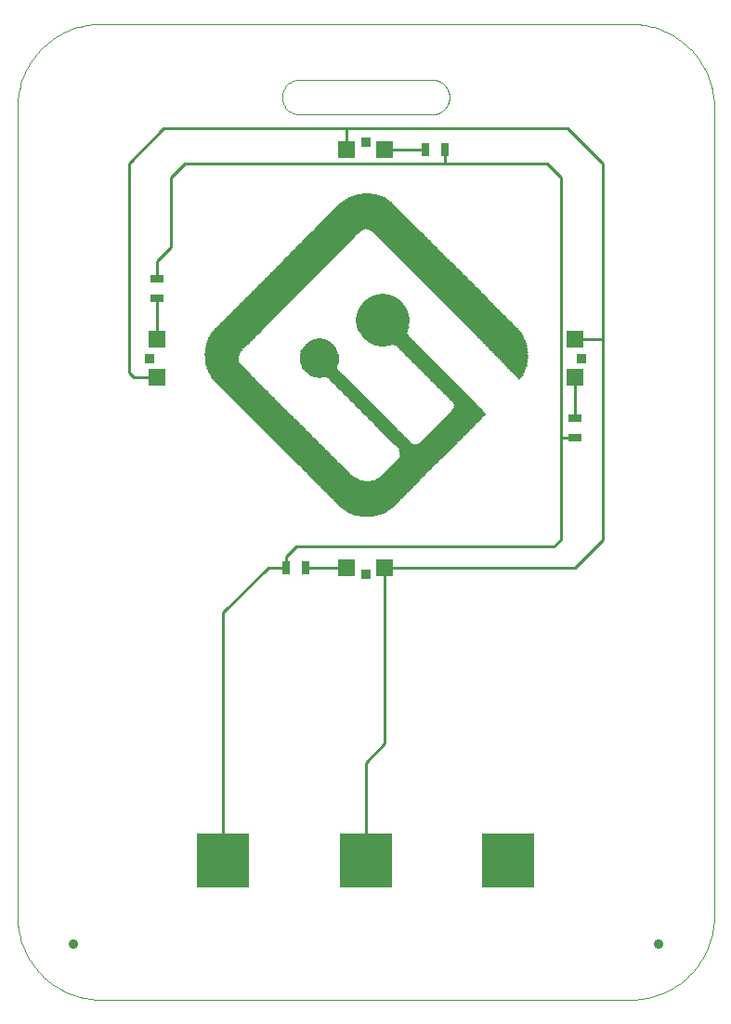
<source format=gbl>
G75*
%MOIN*%
%OFA0B0*%
%FSLAX24Y24*%
%IPPOS*%
%LPD*%
%AMOC8*
5,1,8,0,0,1.08239X$1,22.5*
%
%ADD10C,0.0000*%
%ADD11R,0.0324X0.0018*%
%ADD12R,0.0558X0.0018*%
%ADD13R,0.0738X0.0018*%
%ADD14R,0.0864X0.0018*%
%ADD15R,0.0990X0.0018*%
%ADD16R,0.1062X0.0018*%
%ADD17R,0.1170X0.0018*%
%ADD18R,0.1242X0.0018*%
%ADD19R,0.1314X0.0018*%
%ADD20R,0.1386X0.0018*%
%ADD21R,0.1458X0.0018*%
%ADD22R,0.1512X0.0018*%
%ADD23R,0.1566X0.0018*%
%ADD24R,0.1638X0.0018*%
%ADD25R,0.1674X0.0018*%
%ADD26R,0.1728X0.0018*%
%ADD27R,0.1764X0.0018*%
%ADD28R,0.1818X0.0018*%
%ADD29R,0.1854X0.0018*%
%ADD30R,0.1890X0.0018*%
%ADD31R,0.1926X0.0018*%
%ADD32R,0.1962X0.0018*%
%ADD33R,0.1998X0.0018*%
%ADD34R,0.2034X0.0018*%
%ADD35R,0.2070X0.0018*%
%ADD36R,0.2106X0.0018*%
%ADD37R,0.2142X0.0018*%
%ADD38R,0.2178X0.0018*%
%ADD39R,0.2214X0.0018*%
%ADD40R,0.2250X0.0018*%
%ADD41R,0.2286X0.0018*%
%ADD42R,0.2322X0.0018*%
%ADD43R,0.2358X0.0018*%
%ADD44R,0.2394X0.0018*%
%ADD45R,0.2430X0.0018*%
%ADD46R,0.2466X0.0018*%
%ADD47R,0.2502X0.0018*%
%ADD48R,0.2538X0.0018*%
%ADD49R,0.2574X0.0018*%
%ADD50R,0.2610X0.0018*%
%ADD51R,0.2646X0.0018*%
%ADD52R,0.2682X0.0018*%
%ADD53R,0.2718X0.0018*%
%ADD54R,0.2754X0.0018*%
%ADD55R,0.2790X0.0018*%
%ADD56R,0.2826X0.0018*%
%ADD57R,0.2862X0.0018*%
%ADD58R,0.2898X0.0018*%
%ADD59R,0.2934X0.0018*%
%ADD60R,0.2970X0.0018*%
%ADD61R,0.3006X0.0018*%
%ADD62R,0.3042X0.0018*%
%ADD63R,0.3078X0.0018*%
%ADD64R,0.3114X0.0018*%
%ADD65R,0.3150X0.0018*%
%ADD66R,0.3186X0.0018*%
%ADD67R,0.3222X0.0018*%
%ADD68R,0.3258X0.0018*%
%ADD69R,0.3294X0.0018*%
%ADD70R,0.3330X0.0018*%
%ADD71R,0.3366X0.0018*%
%ADD72R,0.3402X0.0018*%
%ADD73R,0.3438X0.0018*%
%ADD74R,0.3474X0.0018*%
%ADD75R,0.3510X0.0018*%
%ADD76R,0.3546X0.0018*%
%ADD77R,0.3582X0.0018*%
%ADD78R,0.3618X0.0018*%
%ADD79R,0.3654X0.0018*%
%ADD80R,0.3690X0.0018*%
%ADD81R,0.3726X0.0018*%
%ADD82R,0.1800X0.0018*%
%ADD83R,0.1746X0.0018*%
%ADD84R,0.1656X0.0018*%
%ADD85R,0.1602X0.0018*%
%ADD86R,0.1584X0.0018*%
%ADD87R,0.1620X0.0018*%
%ADD88R,0.1602X0.0018*%
%ADD89R,0.1548X0.0018*%
%ADD90R,0.1530X0.0018*%
%ADD91R,0.1584X0.0018*%
%ADD92R,0.1674X0.0018*%
%ADD93R,0.1692X0.0018*%
%ADD94R,0.1710X0.0018*%
%ADD95R,0.1872X0.0018*%
%ADD96R,0.1908X0.0018*%
%ADD97R,0.1944X0.0018*%
%ADD98R,0.1980X0.0018*%
%ADD99R,0.2016X0.0018*%
%ADD100R,0.2052X0.0018*%
%ADD101R,0.2088X0.0018*%
%ADD102R,0.2124X0.0018*%
%ADD103R,0.2160X0.0018*%
%ADD104R,0.1440X0.0018*%
%ADD105R,0.0684X0.0018*%
%ADD106R,0.0666X0.0018*%
%ADD107R,0.1368X0.0018*%
%ADD108R,0.1350X0.0018*%
%ADD109R,0.0648X0.0018*%
%ADD110R,0.1332X0.0018*%
%ADD111R,0.1296X0.0018*%
%ADD112R,0.1260X0.0018*%
%ADD113R,0.1224X0.0018*%
%ADD114R,0.1188X0.0018*%
%ADD115R,0.1152X0.0018*%
%ADD116R,0.1116X0.0018*%
%ADD117R,0.1080X0.0018*%
%ADD118R,0.1026X0.0018*%
%ADD119R,0.0972X0.0018*%
%ADD120R,0.0936X0.0018*%
%ADD121R,0.0918X0.0018*%
%ADD122R,0.0900X0.0018*%
%ADD123R,0.0882X0.0018*%
%ADD124R,0.0846X0.0018*%
%ADD125R,0.0828X0.0018*%
%ADD126R,0.0810X0.0018*%
%ADD127R,0.0792X0.0018*%
%ADD128R,0.0792X0.0018*%
%ADD129R,0.0018X0.0018*%
%ADD130R,0.0054X0.0018*%
%ADD131R,0.1512X0.0018*%
%ADD132R,0.0090X0.0018*%
%ADD133R,0.0108X0.0018*%
%ADD134R,0.0126X0.0018*%
%ADD135R,0.0144X0.0018*%
%ADD136R,0.1494X0.0018*%
%ADD137R,0.0342X0.0018*%
%ADD138R,0.0720X0.0018*%
%ADD139R,0.0180X0.0018*%
%ADD140R,0.1134X0.0018*%
%ADD141R,0.0198X0.0018*%
%ADD142R,0.0234X0.0018*%
%ADD143R,0.1476X0.0018*%
%ADD144R,0.0270X0.0018*%
%ADD145R,0.0288X0.0018*%
%ADD146R,0.1206X0.0018*%
%ADD147R,0.0378X0.0018*%
%ADD148R,0.1224X0.0018*%
%ADD149R,0.0396X0.0018*%
%ADD150R,0.0432X0.0018*%
%ADD151R,0.0450X0.0018*%
%ADD152R,0.1422X0.0018*%
%ADD153R,0.1242X0.0018*%
%ADD154R,0.0486X0.0018*%
%ADD155R,0.1422X0.0018*%
%ADD156R,0.0504X0.0018*%
%ADD157R,0.1404X0.0018*%
%ADD158R,0.0522X0.0018*%
%ADD159R,0.0576X0.0018*%
%ADD160R,0.0594X0.0018*%
%ADD161R,0.0630X0.0018*%
%ADD162R,0.1332X0.0018*%
%ADD163R,0.0702X0.0018*%
%ADD164R,0.1278X0.0018*%
%ADD165R,0.0774X0.0018*%
%ADD166R,0.0882X0.0018*%
%ADD167R,0.0954X0.0018*%
%ADD168R,0.1404X0.0018*%
%ADD169R,0.1008X0.0018*%
%ADD170R,0.1044X0.0018*%
%ADD171R,0.1062X0.0018*%
%ADD172R,0.1098X0.0018*%
%ADD173R,0.1152X0.0018*%
%ADD174R,0.0774X0.0018*%
%ADD175R,0.1044X0.0018*%
%ADD176R,0.0432X0.0018*%
%ADD177R,0.0702X0.0018*%
%ADD178R,0.0216X0.0018*%
%ADD179R,0.1692X0.0018*%
%ADD180R,0.1764X0.0018*%
%ADD181R,0.1782X0.0018*%
%ADD182R,0.1836X0.0018*%
%ADD183R,0.1854X0.0018*%
%ADD184R,0.1872X0.0018*%
%ADD185R,0.1782X0.0018*%
%ADD186R,0.0954X0.0018*%
%ADD187R,0.3672X0.0018*%
%ADD188R,0.3636X0.0018*%
%ADD189R,0.3600X0.0018*%
%ADD190R,0.3564X0.0018*%
%ADD191R,0.3528X0.0018*%
%ADD192R,0.3492X0.0018*%
%ADD193R,0.3456X0.0018*%
%ADD194R,0.3420X0.0018*%
%ADD195R,0.3384X0.0018*%
%ADD196R,0.3348X0.0018*%
%ADD197R,0.3312X0.0018*%
%ADD198R,0.3276X0.0018*%
%ADD199R,0.3240X0.0018*%
%ADD200R,0.3204X0.0018*%
%ADD201R,0.3168X0.0018*%
%ADD202R,0.3132X0.0018*%
%ADD203R,0.3096X0.0018*%
%ADD204R,0.3060X0.0018*%
%ADD205R,0.3024X0.0018*%
%ADD206R,0.2988X0.0018*%
%ADD207R,0.2952X0.0018*%
%ADD208R,0.2916X0.0018*%
%ADD209R,0.2880X0.0018*%
%ADD210R,0.2844X0.0018*%
%ADD211R,0.2808X0.0018*%
%ADD212R,0.2772X0.0018*%
%ADD213R,0.2736X0.0018*%
%ADD214R,0.2700X0.0018*%
%ADD215R,0.2664X0.0018*%
%ADD216R,0.2628X0.0018*%
%ADD217R,0.2592X0.0018*%
%ADD218R,0.2556X0.0018*%
%ADD219R,0.2520X0.0018*%
%ADD220R,0.2484X0.0018*%
%ADD221R,0.2448X0.0018*%
%ADD222R,0.2412X0.0018*%
%ADD223R,0.2376X0.0018*%
%ADD224R,0.2340X0.0018*%
%ADD225R,0.2304X0.0018*%
%ADD226R,0.2268X0.0018*%
%ADD227R,0.2232X0.0018*%
%ADD228R,0.2196X0.0018*%
%ADD229R,0.0306X0.0018*%
%ADD230R,0.0591X0.0591*%
%ADD231R,0.0354X0.0354*%
%ADD232R,0.1850X0.1969*%
%ADD233R,0.0315X0.0472*%
%ADD234R,0.0472X0.0315*%
%ADD235C,0.0100*%
%ADD236C,0.0357*%
D10*
X000100Y003100D02*
X000100Y032100D01*
X000102Y032207D01*
X000108Y032314D01*
X000117Y032421D01*
X000131Y032527D01*
X000148Y032633D01*
X000169Y032738D01*
X000193Y032842D01*
X000222Y032945D01*
X000254Y033047D01*
X000289Y033148D01*
X000328Y033248D01*
X000371Y033346D01*
X000417Y033443D01*
X000467Y033538D01*
X000520Y033631D01*
X000576Y033722D01*
X000636Y033811D01*
X000698Y033898D01*
X000764Y033982D01*
X000833Y034065D01*
X000904Y034144D01*
X000979Y034221D01*
X001056Y034296D01*
X001135Y034367D01*
X001218Y034436D01*
X001302Y034502D01*
X001389Y034564D01*
X001478Y034624D01*
X001569Y034680D01*
X001662Y034733D01*
X001757Y034783D01*
X001854Y034829D01*
X001952Y034872D01*
X002052Y034911D01*
X002153Y034946D01*
X002255Y034978D01*
X002358Y035007D01*
X002462Y035031D01*
X002567Y035052D01*
X002673Y035069D01*
X002779Y035083D01*
X002886Y035092D01*
X002993Y035098D01*
X003100Y035100D01*
X022100Y035100D01*
X022207Y035098D01*
X022314Y035092D01*
X022421Y035083D01*
X022527Y035069D01*
X022633Y035052D01*
X022738Y035031D01*
X022842Y035007D01*
X022945Y034978D01*
X023047Y034946D01*
X023148Y034911D01*
X023248Y034872D01*
X023346Y034829D01*
X023443Y034783D01*
X023538Y034733D01*
X023631Y034680D01*
X023722Y034624D01*
X023811Y034564D01*
X023898Y034502D01*
X023982Y034436D01*
X024065Y034367D01*
X024144Y034296D01*
X024221Y034221D01*
X024296Y034144D01*
X024367Y034065D01*
X024436Y033982D01*
X024502Y033898D01*
X024564Y033811D01*
X024624Y033722D01*
X024680Y033631D01*
X024733Y033538D01*
X024783Y033443D01*
X024829Y033346D01*
X024872Y033248D01*
X024911Y033148D01*
X024946Y033047D01*
X024978Y032945D01*
X025007Y032842D01*
X025031Y032738D01*
X025052Y032633D01*
X025069Y032527D01*
X025083Y032421D01*
X025092Y032314D01*
X025098Y032207D01*
X025100Y032100D01*
X025100Y003100D01*
X025098Y002993D01*
X025092Y002886D01*
X025083Y002779D01*
X025069Y002673D01*
X025052Y002567D01*
X025031Y002462D01*
X025007Y002358D01*
X024978Y002255D01*
X024946Y002153D01*
X024911Y002052D01*
X024872Y001952D01*
X024829Y001854D01*
X024783Y001757D01*
X024733Y001662D01*
X024680Y001569D01*
X024624Y001478D01*
X024564Y001389D01*
X024502Y001302D01*
X024436Y001218D01*
X024367Y001135D01*
X024296Y001056D01*
X024221Y000979D01*
X024144Y000904D01*
X024065Y000833D01*
X023982Y000764D01*
X023898Y000698D01*
X023811Y000636D01*
X023722Y000576D01*
X023631Y000520D01*
X023538Y000467D01*
X023443Y000417D01*
X023346Y000371D01*
X023248Y000328D01*
X023148Y000289D01*
X023047Y000254D01*
X022945Y000222D01*
X022842Y000193D01*
X022738Y000169D01*
X022633Y000148D01*
X022527Y000131D01*
X022421Y000117D01*
X022314Y000108D01*
X022207Y000102D01*
X022100Y000100D01*
X003100Y000100D01*
X002993Y000102D01*
X002886Y000108D01*
X002779Y000117D01*
X002673Y000131D01*
X002567Y000148D01*
X002462Y000169D01*
X002358Y000193D01*
X002255Y000222D01*
X002153Y000254D01*
X002052Y000289D01*
X001952Y000328D01*
X001854Y000371D01*
X001757Y000417D01*
X001662Y000467D01*
X001569Y000520D01*
X001478Y000576D01*
X001389Y000636D01*
X001302Y000698D01*
X001218Y000764D01*
X001135Y000833D01*
X001056Y000904D01*
X000979Y000979D01*
X000904Y001056D01*
X000833Y001135D01*
X000764Y001218D01*
X000698Y001302D01*
X000636Y001389D01*
X000576Y001478D01*
X000520Y001569D01*
X000467Y001662D01*
X000417Y001757D01*
X000371Y001854D01*
X000328Y001952D01*
X000289Y002052D01*
X000254Y002153D01*
X000222Y002255D01*
X000193Y002358D01*
X000169Y002462D01*
X000148Y002567D01*
X000131Y002673D01*
X000117Y002779D01*
X000108Y002886D01*
X000102Y002993D01*
X000100Y003100D01*
X010225Y031850D02*
X014975Y031850D01*
X015024Y031852D01*
X015073Y031858D01*
X015121Y031867D01*
X015168Y031881D01*
X015214Y031898D01*
X015259Y031918D01*
X015302Y031942D01*
X015342Y031969D01*
X015381Y032000D01*
X015417Y032033D01*
X015450Y032069D01*
X015481Y032108D01*
X015508Y032148D01*
X015532Y032191D01*
X015552Y032236D01*
X015569Y032282D01*
X015583Y032329D01*
X015592Y032377D01*
X015598Y032426D01*
X015600Y032475D01*
X015598Y032524D01*
X015592Y032573D01*
X015583Y032621D01*
X015569Y032668D01*
X015552Y032714D01*
X015532Y032759D01*
X015508Y032802D01*
X015481Y032842D01*
X015450Y032881D01*
X015417Y032917D01*
X015381Y032950D01*
X015342Y032981D01*
X015302Y033008D01*
X015259Y033032D01*
X015214Y033052D01*
X015168Y033069D01*
X015121Y033083D01*
X015073Y033092D01*
X015024Y033098D01*
X014975Y033100D01*
X010225Y033100D01*
X009600Y032475D02*
X009602Y032426D01*
X009608Y032377D01*
X009617Y032329D01*
X009631Y032282D01*
X009648Y032236D01*
X009668Y032191D01*
X009692Y032148D01*
X009719Y032108D01*
X009750Y032069D01*
X009783Y032033D01*
X009819Y032000D01*
X009858Y031969D01*
X009898Y031942D01*
X009941Y031918D01*
X009986Y031898D01*
X010032Y031881D01*
X010079Y031867D01*
X010127Y031858D01*
X010176Y031852D01*
X010225Y031850D01*
X009600Y032475D02*
X009602Y032524D01*
X009608Y032573D01*
X009617Y032621D01*
X009631Y032668D01*
X009648Y032714D01*
X009668Y032759D01*
X009692Y032802D01*
X009719Y032842D01*
X009750Y032881D01*
X009783Y032917D01*
X009819Y032950D01*
X009858Y032981D01*
X009898Y033008D01*
X009941Y033032D01*
X009986Y033052D01*
X010032Y033069D01*
X010079Y033083D01*
X010127Y033092D01*
X010176Y033098D01*
X010225Y033100D01*
D11*
X018093Y022506D03*
X012621Y017412D03*
D12*
X012630Y017430D03*
X010938Y023730D03*
X013224Y025350D03*
X012630Y028968D03*
X018048Y022668D03*
D13*
X017994Y022812D03*
X013998Y019986D03*
X012630Y017448D03*
X010938Y023676D03*
X013224Y025314D03*
X012630Y028950D03*
D14*
X014025Y023568D03*
X016203Y021390D03*
X017967Y022920D03*
X012621Y017466D03*
D15*
X012630Y017484D03*
X016248Y021282D03*
D16*
X016248Y021246D03*
X013224Y025224D03*
X012630Y028896D03*
X012630Y017502D03*
D17*
X012630Y017520D03*
X011244Y022452D03*
X013224Y025188D03*
X017832Y023208D03*
D18*
X012630Y017538D03*
X011028Y022632D03*
X010974Y022704D03*
X010920Y023388D03*
D19*
X010920Y023316D03*
X007500Y023370D03*
X007536Y022794D03*
X012630Y017556D03*
X017742Y023370D03*
X012630Y028842D03*
D20*
X012630Y028824D03*
X010938Y023010D03*
X007626Y022668D03*
X007608Y022686D03*
X012630Y017574D03*
X015150Y020004D03*
X017706Y023442D03*
D21*
X017652Y023532D03*
X017652Y023550D03*
X017634Y023568D03*
X013206Y025044D03*
X007590Y023532D03*
X007698Y022560D03*
X007716Y022542D03*
X012630Y017592D03*
D22*
X012639Y017610D03*
X007869Y022344D03*
X007833Y022380D03*
X007815Y022398D03*
X007635Y023604D03*
X013215Y025008D03*
X017589Y023640D03*
D23*
X017544Y023712D03*
X014592Y019536D03*
X014574Y019518D03*
X013818Y018780D03*
X012630Y017628D03*
X011388Y018834D03*
X011370Y018852D03*
X011352Y018870D03*
X011262Y018960D03*
X011244Y018978D03*
X011226Y018996D03*
X011208Y019014D03*
X011190Y019032D03*
X011172Y019050D03*
X011154Y019068D03*
X011136Y019086D03*
X011118Y019104D03*
X011100Y019122D03*
X011082Y019140D03*
X011064Y019158D03*
X011046Y019176D03*
X011028Y019194D03*
X011010Y019212D03*
X010992Y019230D03*
X010974Y019248D03*
X010956Y019266D03*
X010938Y019284D03*
X013656Y023586D03*
X013206Y024972D03*
X007698Y023694D03*
X007680Y023676D03*
D24*
X007770Y023802D03*
X007788Y023820D03*
X012630Y017646D03*
X014646Y019626D03*
X013548Y023658D03*
X013530Y023676D03*
X013206Y024918D03*
X017436Y023856D03*
X017454Y023838D03*
D25*
X017400Y023910D03*
X017382Y023928D03*
X013422Y023766D03*
X013386Y023802D03*
X013368Y023820D03*
X013350Y023838D03*
X013296Y023910D03*
X013278Y023928D03*
X013278Y023946D03*
X013260Y023964D03*
X013206Y024882D03*
X013206Y024900D03*
X011550Y018726D03*
X012630Y017664D03*
X007842Y023892D03*
D26*
X007941Y024018D03*
X007959Y024036D03*
X007977Y024054D03*
X007995Y024072D03*
X008013Y024090D03*
X010515Y026610D03*
X010533Y026628D03*
X010551Y026646D03*
X010569Y026664D03*
X010587Y026682D03*
X010605Y026700D03*
X010623Y026718D03*
X010641Y026736D03*
X010659Y026754D03*
X010677Y026772D03*
X010695Y026790D03*
X010713Y026808D03*
X010731Y026826D03*
X010749Y026844D03*
X010767Y026862D03*
X010785Y026880D03*
X010803Y026898D03*
X010821Y026916D03*
X010839Y026934D03*
X010857Y026952D03*
X010875Y026970D03*
X010893Y026988D03*
X010911Y027006D03*
X010929Y027024D03*
X010947Y027042D03*
X010965Y027060D03*
X010983Y027078D03*
X011001Y027096D03*
X011019Y027114D03*
X011037Y027132D03*
X011055Y027150D03*
X011073Y027168D03*
X011091Y027186D03*
X011109Y027204D03*
X011127Y027222D03*
X011145Y027240D03*
X011163Y027258D03*
X011181Y027276D03*
X011199Y027294D03*
X011217Y027312D03*
X011235Y027330D03*
X011253Y027348D03*
X011559Y027654D03*
X013701Y027636D03*
X013719Y027618D03*
X013935Y027402D03*
X013953Y027384D03*
X013971Y027366D03*
X013989Y027348D03*
X014007Y027330D03*
X014025Y027312D03*
X014043Y027294D03*
X014061Y027276D03*
X014079Y027258D03*
X014097Y027240D03*
X014115Y027222D03*
X014133Y027204D03*
X014151Y027186D03*
X014169Y027168D03*
X014187Y027150D03*
X014205Y027132D03*
X014223Y027114D03*
X014241Y027096D03*
X014259Y027078D03*
X014277Y027060D03*
X014295Y027042D03*
X014313Y027024D03*
X014331Y027006D03*
X014349Y026988D03*
X014367Y026970D03*
X014385Y026952D03*
X014403Y026934D03*
X014421Y026916D03*
X014439Y026898D03*
X014457Y026880D03*
X014475Y026862D03*
X014493Y026844D03*
X014511Y026826D03*
X014529Y026808D03*
X014547Y026790D03*
X014565Y026772D03*
X014583Y026754D03*
X014601Y026736D03*
X014619Y026718D03*
X014637Y026700D03*
X014655Y026682D03*
X014673Y026664D03*
X014691Y026646D03*
X014709Y026628D03*
X014727Y026610D03*
X014745Y026592D03*
X016041Y025296D03*
X016059Y025278D03*
X016077Y025260D03*
X016095Y025242D03*
X016113Y025224D03*
X016131Y025206D03*
X016149Y025188D03*
X016167Y025170D03*
X016185Y025152D03*
X016203Y025134D03*
X016221Y025116D03*
X016239Y025098D03*
X016257Y025080D03*
X016275Y025062D03*
X016293Y025044D03*
X016311Y025026D03*
X016329Y025008D03*
X016347Y024990D03*
X016365Y024972D03*
X016383Y024954D03*
X016401Y024936D03*
X016419Y024918D03*
X016437Y024900D03*
X016455Y024882D03*
X016473Y024864D03*
X016491Y024846D03*
X016509Y024828D03*
X016527Y024810D03*
X016545Y024792D03*
X016563Y024774D03*
X016581Y024756D03*
X016599Y024738D03*
X016617Y024720D03*
X016635Y024702D03*
X016653Y024684D03*
X016671Y024666D03*
X016689Y024648D03*
X016707Y024630D03*
X016725Y024612D03*
X016743Y024594D03*
X016761Y024576D03*
X016779Y024558D03*
X016797Y024540D03*
X016815Y024522D03*
X016833Y024504D03*
X016851Y024486D03*
X016869Y024468D03*
X016887Y024450D03*
X016905Y024432D03*
X016923Y024414D03*
X016941Y024396D03*
X016959Y024378D03*
X016977Y024360D03*
X016995Y024342D03*
X017013Y024324D03*
X017031Y024306D03*
X017049Y024288D03*
X017067Y024270D03*
X017085Y024252D03*
X017103Y024234D03*
X017121Y024216D03*
X017139Y024198D03*
X017157Y024180D03*
X017175Y024162D03*
X017193Y024144D03*
X017211Y024126D03*
X017229Y024108D03*
X017247Y024090D03*
X017265Y024072D03*
X017283Y024054D03*
X014691Y019716D03*
X012639Y017682D03*
X011595Y018708D03*
X013233Y024036D03*
X013233Y024054D03*
D27*
X013629Y027690D03*
X014709Y019752D03*
X012639Y017700D03*
D28*
X012630Y017718D03*
X014718Y019788D03*
X013224Y024162D03*
X013206Y024720D03*
X013206Y024738D03*
X011676Y027726D03*
D29*
X013548Y027726D03*
X013206Y024666D03*
X014718Y019806D03*
X012630Y017736D03*
D30*
X012630Y017754D03*
X013224Y024270D03*
X013224Y024288D03*
X013224Y024306D03*
X013224Y024324D03*
X013224Y024342D03*
X013206Y024576D03*
D31*
X012630Y017772D03*
D32*
X012630Y017790D03*
D33*
X012630Y017808D03*
D34*
X012630Y017826D03*
D35*
X012630Y017844D03*
D36*
X012630Y017862D03*
D37*
X012630Y017880D03*
D38*
X012630Y017898D03*
D39*
X012630Y017916D03*
D40*
X012630Y017934D03*
D41*
X012630Y017952D03*
D42*
X012630Y017970D03*
D43*
X012630Y017988D03*
D44*
X012630Y018006D03*
D45*
X012630Y018024D03*
D46*
X012630Y018042D03*
D47*
X012630Y018060D03*
D48*
X012630Y018078D03*
D49*
X012630Y018096D03*
D50*
X012630Y018114D03*
D51*
X012630Y018132D03*
D52*
X012630Y018150D03*
D53*
X012630Y018168D03*
D54*
X012630Y018186D03*
D55*
X012630Y018204D03*
D56*
X012630Y018222D03*
D57*
X012630Y018240D03*
D58*
X012630Y018258D03*
D59*
X012630Y018276D03*
D60*
X012630Y018294D03*
D61*
X012630Y018312D03*
D62*
X012630Y018330D03*
D63*
X012630Y018348D03*
D64*
X012630Y018366D03*
D65*
X012630Y018384D03*
D66*
X012630Y018402D03*
D67*
X012630Y018420D03*
D68*
X012630Y018438D03*
D69*
X012630Y018456D03*
D70*
X012630Y018474D03*
D71*
X012630Y018492D03*
D72*
X012630Y018510D03*
D73*
X012630Y018528D03*
D74*
X012630Y018546D03*
D75*
X012630Y018564D03*
D76*
X012630Y018582D03*
D77*
X012630Y018600D03*
D78*
X012630Y018618D03*
D79*
X012630Y018636D03*
D80*
X012630Y018654D03*
D81*
X012630Y018672D03*
D82*
X011649Y018690D03*
X014709Y019770D03*
X013233Y024144D03*
X013215Y024756D03*
X013593Y027708D03*
D83*
X013656Y027672D03*
X013674Y027654D03*
X012630Y028698D03*
X011604Y027690D03*
X011586Y027672D03*
X010506Y026592D03*
X010488Y026574D03*
X010470Y026556D03*
X010452Y026538D03*
X010434Y026520D03*
X010416Y026502D03*
X010398Y026484D03*
X010380Y026466D03*
X010362Y026448D03*
X010344Y026430D03*
X010326Y026412D03*
X010308Y026394D03*
X010290Y026376D03*
X010272Y026358D03*
X010254Y026340D03*
X010236Y026322D03*
X010218Y026304D03*
X010200Y026286D03*
X010182Y026268D03*
X010164Y026250D03*
X010146Y026232D03*
X010128Y026214D03*
X010110Y026196D03*
X010092Y026178D03*
X010074Y026160D03*
X010056Y026142D03*
X010038Y026124D03*
X010020Y026106D03*
X010002Y026088D03*
X009984Y026070D03*
X009966Y026052D03*
X009948Y026034D03*
X009930Y026016D03*
X009912Y025998D03*
X009894Y025980D03*
X009876Y025962D03*
X009858Y025944D03*
X009840Y025926D03*
X009822Y025908D03*
X009804Y025890D03*
X009786Y025872D03*
X009768Y025854D03*
X009750Y025836D03*
X009732Y025818D03*
X009714Y025800D03*
X009696Y025782D03*
X009678Y025764D03*
X009660Y025746D03*
X009642Y025728D03*
X009624Y025710D03*
X009606Y025692D03*
X009588Y025674D03*
X009570Y025656D03*
X009552Y025638D03*
X009534Y025620D03*
X009516Y025602D03*
X009498Y025584D03*
X009480Y025566D03*
X009462Y025548D03*
X009444Y025530D03*
X009426Y025512D03*
X009408Y025494D03*
X009390Y025476D03*
X009372Y025458D03*
X009354Y025440D03*
X009336Y025422D03*
X009318Y025404D03*
X009300Y025386D03*
X009282Y025368D03*
X009264Y025350D03*
X009246Y025332D03*
X009228Y025314D03*
X009210Y025296D03*
X009192Y025278D03*
X009174Y025260D03*
X009156Y025242D03*
X009138Y025224D03*
X009120Y025206D03*
X009102Y025188D03*
X009084Y025170D03*
X009066Y025152D03*
X009048Y025134D03*
X009030Y025116D03*
X009012Y025098D03*
X008994Y025080D03*
X008976Y025062D03*
X008958Y025044D03*
X008940Y025026D03*
X008922Y025008D03*
X008904Y024990D03*
X008886Y024972D03*
X008868Y024954D03*
X008850Y024936D03*
X008832Y024918D03*
X008814Y024900D03*
X008796Y024882D03*
X008778Y024864D03*
X008760Y024846D03*
X008742Y024828D03*
X008724Y024810D03*
X008706Y024792D03*
X008688Y024774D03*
X008670Y024756D03*
X008652Y024738D03*
X008634Y024720D03*
X008616Y024702D03*
X008598Y024684D03*
X008580Y024666D03*
X008562Y024648D03*
X008544Y024630D03*
X008526Y024612D03*
X008508Y024594D03*
X008490Y024576D03*
X008472Y024558D03*
X008454Y024540D03*
X008436Y024522D03*
X008418Y024504D03*
X008400Y024486D03*
X008382Y024468D03*
X008364Y024450D03*
X008346Y024432D03*
X008328Y024414D03*
X008310Y024396D03*
X008292Y024378D03*
X008274Y024360D03*
X008256Y024342D03*
X008238Y024324D03*
X008220Y024306D03*
X008202Y024288D03*
X008184Y024270D03*
X008166Y024252D03*
X008148Y024234D03*
X008130Y024216D03*
X008112Y024198D03*
X008094Y024180D03*
X008076Y024162D03*
X008058Y024144D03*
X008040Y024126D03*
X008022Y024108D03*
X013224Y024072D03*
X013206Y024810D03*
X013206Y024828D03*
X014862Y026484D03*
X014880Y026466D03*
X014898Y026448D03*
X014916Y026430D03*
X014934Y026412D03*
X014952Y026394D03*
X014970Y026376D03*
X014988Y026358D03*
X015006Y026340D03*
X015024Y026322D03*
X015042Y026304D03*
X015060Y026286D03*
X015078Y026268D03*
X015096Y026250D03*
X015114Y026232D03*
X015132Y026214D03*
X015150Y026196D03*
X015168Y026178D03*
X015186Y026160D03*
X015204Y026142D03*
X015222Y026124D03*
X015240Y026106D03*
X015258Y026088D03*
X015276Y026070D03*
X015294Y026052D03*
X015312Y026034D03*
X015330Y026016D03*
X015348Y025998D03*
X015366Y025980D03*
X015384Y025962D03*
X015402Y025944D03*
X015420Y025926D03*
X015438Y025908D03*
X015456Y025890D03*
X015474Y025872D03*
X015492Y025854D03*
X015510Y025836D03*
X015528Y025818D03*
X015546Y025800D03*
X015564Y025782D03*
X015582Y025764D03*
X015600Y025746D03*
X015618Y025728D03*
X015636Y025710D03*
X015654Y025692D03*
X015672Y025674D03*
X015690Y025656D03*
X015708Y025638D03*
X015726Y025620D03*
X015744Y025602D03*
X015762Y025584D03*
X015780Y025566D03*
X015798Y025548D03*
X015816Y025530D03*
X015834Y025512D03*
X015852Y025494D03*
X015870Y025476D03*
X015888Y025458D03*
X015906Y025440D03*
X015924Y025422D03*
X015942Y025404D03*
X015960Y025386D03*
X015978Y025368D03*
X015996Y025350D03*
X016014Y025332D03*
X016032Y025314D03*
X014844Y026502D03*
X014826Y026520D03*
X014808Y026538D03*
X014790Y026556D03*
X014772Y026574D03*
X014700Y019734D03*
X013638Y018690D03*
D84*
X013701Y018708D03*
X014655Y019644D03*
X013503Y023694D03*
X013485Y023712D03*
X013467Y023730D03*
X013449Y023748D03*
X013341Y023856D03*
X013323Y023874D03*
X013305Y023892D03*
X012621Y028734D03*
X017409Y023892D03*
X017427Y023874D03*
X011523Y018744D03*
X007815Y023856D03*
X007797Y023838D03*
D85*
X013206Y024954D03*
X013602Y023622D03*
X013746Y018726D03*
D86*
X013773Y018744D03*
X013791Y018762D03*
X014601Y019554D03*
X011433Y018798D03*
X011415Y018816D03*
X007707Y023712D03*
X007725Y023730D03*
X017517Y023748D03*
X017535Y023730D03*
D87*
X017481Y023802D03*
X017463Y023820D03*
X014637Y019608D03*
X013575Y023640D03*
X013215Y024936D03*
X011487Y018762D03*
X007743Y023766D03*
X007761Y023784D03*
D88*
X007734Y023748D03*
X011460Y018780D03*
X014628Y019590D03*
X017508Y023766D03*
X017490Y023784D03*
X012630Y028752D03*
D89*
X012621Y028770D03*
X013215Y024990D03*
X009831Y020382D03*
X009813Y020400D03*
X009795Y020418D03*
X009777Y020436D03*
X009759Y020454D03*
X009741Y020472D03*
X009723Y020490D03*
X009705Y020508D03*
X009687Y020526D03*
X009669Y020544D03*
X009651Y020562D03*
X009633Y020580D03*
X009615Y020598D03*
X009597Y020616D03*
X009579Y020634D03*
X009561Y020652D03*
X009543Y020670D03*
X009525Y020688D03*
X009507Y020706D03*
X009489Y020724D03*
X009471Y020742D03*
X009453Y020760D03*
X009435Y020778D03*
X009417Y020796D03*
X009399Y020814D03*
X009381Y020832D03*
X009363Y020850D03*
X009345Y020868D03*
X009327Y020886D03*
X009309Y020904D03*
X009291Y020922D03*
X009849Y020364D03*
X009867Y020346D03*
X009885Y020328D03*
X009903Y020310D03*
X009921Y020292D03*
X009939Y020274D03*
X009957Y020256D03*
X009975Y020238D03*
X009993Y020220D03*
X010011Y020202D03*
X010029Y020184D03*
X010047Y020166D03*
X010065Y020148D03*
X010083Y020130D03*
X010101Y020112D03*
X010119Y020094D03*
X010137Y020076D03*
X010155Y020058D03*
X010173Y020040D03*
X010191Y020022D03*
X010209Y020004D03*
X010227Y019986D03*
X010245Y019968D03*
X010263Y019950D03*
X010281Y019932D03*
X010299Y019914D03*
X010317Y019896D03*
X010335Y019878D03*
X010353Y019860D03*
X010371Y019842D03*
X010389Y019824D03*
X010407Y019806D03*
X010425Y019788D03*
X010443Y019770D03*
X010461Y019752D03*
X010479Y019734D03*
X010497Y019716D03*
X010515Y019698D03*
X010533Y019680D03*
X010551Y019662D03*
X010569Y019644D03*
X010587Y019626D03*
X010605Y019608D03*
X010623Y019590D03*
X010641Y019572D03*
X010659Y019554D03*
X010677Y019536D03*
X010695Y019518D03*
X010713Y019500D03*
X010731Y019482D03*
X010749Y019464D03*
X010767Y019446D03*
X010785Y019428D03*
X010803Y019410D03*
X010821Y019392D03*
X010839Y019374D03*
X010857Y019356D03*
X010875Y019338D03*
X010893Y019320D03*
X010911Y019302D03*
X011271Y018942D03*
X011289Y018924D03*
X011307Y018906D03*
X011325Y018888D03*
X013845Y018798D03*
X013863Y018816D03*
X013881Y018834D03*
X014547Y019482D03*
X014565Y019500D03*
X017571Y023676D03*
X017553Y023694D03*
X007671Y023658D03*
D90*
X007662Y023640D03*
X007644Y023622D03*
X007878Y022326D03*
X007896Y022308D03*
X007914Y022290D03*
X007932Y022272D03*
X007950Y022254D03*
X007968Y022236D03*
X007986Y022218D03*
X008004Y022200D03*
X008022Y022182D03*
X008040Y022164D03*
X008058Y022146D03*
X008076Y022128D03*
X008094Y022110D03*
X008112Y022092D03*
X008130Y022074D03*
X008148Y022056D03*
X008166Y022038D03*
X008184Y022020D03*
X008202Y022002D03*
X008220Y021984D03*
X008238Y021966D03*
X008256Y021948D03*
X008274Y021930D03*
X008292Y021912D03*
X008310Y021894D03*
X008328Y021876D03*
X008346Y021858D03*
X008364Y021840D03*
X008382Y021822D03*
X008400Y021804D03*
X008418Y021786D03*
X008436Y021768D03*
X008454Y021750D03*
X008472Y021732D03*
X008490Y021714D03*
X008508Y021696D03*
X008526Y021678D03*
X008544Y021660D03*
X008562Y021642D03*
X008580Y021624D03*
X008598Y021606D03*
X008616Y021588D03*
X008634Y021570D03*
X008652Y021552D03*
X008670Y021534D03*
X008688Y021516D03*
X008706Y021498D03*
X008724Y021480D03*
X008742Y021462D03*
X008760Y021444D03*
X008778Y021426D03*
X008796Y021408D03*
X008814Y021390D03*
X008832Y021372D03*
X008850Y021354D03*
X008868Y021336D03*
X008886Y021318D03*
X008904Y021300D03*
X008922Y021282D03*
X008940Y021264D03*
X008958Y021246D03*
X008976Y021228D03*
X008994Y021210D03*
X009012Y021192D03*
X009030Y021174D03*
X009048Y021156D03*
X009066Y021138D03*
X009084Y021120D03*
X009102Y021102D03*
X009120Y021084D03*
X009138Y021066D03*
X009156Y021048D03*
X009174Y021030D03*
X009192Y021012D03*
X009210Y020994D03*
X009228Y020976D03*
X009246Y020958D03*
X009264Y020940D03*
X013908Y018852D03*
X013926Y018870D03*
X013944Y018888D03*
X013962Y018906D03*
X013980Y018924D03*
X013998Y018942D03*
X014016Y018960D03*
X014034Y018978D03*
X014052Y018996D03*
X014070Y019014D03*
X014088Y019032D03*
X014106Y019050D03*
X014124Y019068D03*
X014142Y019086D03*
X014160Y019104D03*
X014178Y019122D03*
X014196Y019140D03*
X014214Y019158D03*
X014232Y019176D03*
X014250Y019194D03*
X014268Y019212D03*
X014286Y019230D03*
X014304Y019248D03*
X014322Y019266D03*
X014340Y019284D03*
X014358Y019302D03*
X014376Y019320D03*
X014394Y019338D03*
X014412Y019356D03*
X014430Y019374D03*
X014448Y019392D03*
X014466Y019410D03*
X014484Y019428D03*
X014502Y019446D03*
X014520Y019464D03*
X017580Y023658D03*
D91*
X014619Y019572D03*
X013629Y023604D03*
D92*
X013404Y023784D03*
X014664Y019662D03*
X007824Y023874D03*
D93*
X007869Y023928D03*
X014673Y019680D03*
X017373Y023946D03*
X017355Y023964D03*
D94*
X017328Y024000D03*
X017310Y024018D03*
X017292Y024036D03*
X013926Y027420D03*
X013908Y027438D03*
X013890Y027456D03*
X013872Y027474D03*
X013854Y027492D03*
X013836Y027510D03*
X013818Y027528D03*
X013800Y027546D03*
X013782Y027564D03*
X013764Y027582D03*
X013746Y027600D03*
X013206Y024864D03*
X013206Y024846D03*
X013242Y024018D03*
X011262Y027366D03*
X011280Y027384D03*
X011298Y027402D03*
X011316Y027420D03*
X011334Y027438D03*
X011352Y027456D03*
X011388Y027492D03*
X011406Y027510D03*
X011424Y027528D03*
X011442Y027546D03*
X011460Y027564D03*
X011478Y027582D03*
X011496Y027600D03*
X011514Y027618D03*
X011532Y027636D03*
X007932Y024000D03*
X007914Y023982D03*
X007896Y023964D03*
X014682Y019698D03*
D95*
X014727Y019824D03*
X012621Y028644D03*
D96*
X012621Y028626D03*
X013215Y024558D03*
X013215Y024540D03*
X013215Y024522D03*
X013215Y024504D03*
X013215Y024486D03*
X013215Y024468D03*
X013215Y024450D03*
X013215Y024432D03*
X013215Y024414D03*
X013215Y024396D03*
X013215Y024378D03*
X013215Y024360D03*
X014727Y019842D03*
D97*
X014727Y019860D03*
X012621Y028608D03*
D98*
X012621Y028590D03*
X014727Y019878D03*
D99*
X014727Y019896D03*
X012621Y028572D03*
D100*
X012621Y028554D03*
X014727Y019914D03*
D101*
X014727Y019932D03*
X012621Y028536D03*
D102*
X012621Y028518D03*
X014727Y019950D03*
D103*
X014727Y019968D03*
X012621Y028500D03*
D104*
X012621Y028806D03*
X013215Y025062D03*
X015105Y019986D03*
X017661Y023514D03*
X007689Y022578D03*
X007671Y022596D03*
X007581Y023514D03*
D105*
X013953Y020004D03*
D106*
X013926Y020022D03*
X013908Y020040D03*
X013890Y020058D03*
X013872Y020076D03*
X013854Y020094D03*
X013836Y020112D03*
X013818Y020130D03*
X013800Y020148D03*
X013782Y020166D03*
X013764Y020184D03*
X013746Y020202D03*
X013728Y020220D03*
X013710Y020238D03*
X013692Y020256D03*
X013674Y020274D03*
X013656Y020292D03*
X013638Y020310D03*
X013620Y020328D03*
X013602Y020346D03*
X013584Y020364D03*
X013566Y020382D03*
X013548Y020400D03*
X013530Y020418D03*
X013512Y020436D03*
X013494Y020454D03*
X013476Y020472D03*
X013458Y020490D03*
X013440Y020508D03*
X013422Y020526D03*
X013404Y020544D03*
X013386Y020562D03*
X013368Y020580D03*
X011568Y022380D03*
X011550Y022398D03*
X013224Y025332D03*
X018012Y022758D03*
D107*
X017715Y023424D03*
X015195Y020040D03*
X015177Y020022D03*
X013215Y025098D03*
X010929Y023226D03*
X010929Y023208D03*
X010929Y023190D03*
X010929Y023172D03*
X010929Y022992D03*
X010929Y022974D03*
X010929Y022956D03*
X010929Y022938D03*
X010929Y022920D03*
X007599Y022704D03*
X007581Y022722D03*
X007527Y023442D03*
D108*
X007518Y023424D03*
X007518Y023406D03*
X007572Y022740D03*
X010920Y023244D03*
X010920Y023262D03*
X015222Y020058D03*
X015240Y020076D03*
X015258Y020094D03*
X015276Y020112D03*
X015294Y020130D03*
X015312Y020148D03*
X015330Y020166D03*
X015348Y020184D03*
X015366Y020202D03*
X015384Y020220D03*
X015402Y020238D03*
X015420Y020256D03*
X015438Y020274D03*
X015456Y020292D03*
X015474Y020310D03*
X015492Y020328D03*
X015510Y020346D03*
X015528Y020364D03*
X015546Y020382D03*
X015564Y020400D03*
X015582Y020418D03*
X015600Y020436D03*
X015618Y020454D03*
X015636Y020472D03*
X015654Y020490D03*
X015672Y020508D03*
X015690Y020526D03*
X015708Y020544D03*
X015726Y020562D03*
X015744Y020580D03*
X015762Y020598D03*
X015780Y020616D03*
X015798Y020634D03*
X015816Y020652D03*
X015834Y020670D03*
X015852Y020688D03*
X015870Y020706D03*
X015888Y020724D03*
X015906Y020742D03*
X015924Y020760D03*
X015942Y020778D03*
X015960Y020796D03*
X015978Y020814D03*
X015996Y020832D03*
X016014Y020850D03*
X016032Y020868D03*
X016050Y020886D03*
X016068Y020904D03*
X016086Y020922D03*
X016104Y020940D03*
X016122Y020958D03*
X016140Y020976D03*
X016158Y020994D03*
X016176Y021012D03*
X016194Y021030D03*
X016212Y021048D03*
X016230Y021066D03*
X016248Y021084D03*
X017724Y023406D03*
D109*
X018021Y022740D03*
X013359Y020598D03*
X013341Y020616D03*
X013323Y020634D03*
X013305Y020652D03*
X013287Y020670D03*
X013269Y020688D03*
X013251Y020706D03*
X013233Y020724D03*
X013215Y020742D03*
X013197Y020760D03*
X013179Y020778D03*
X013161Y020796D03*
X013143Y020814D03*
X013125Y020832D03*
X013107Y020850D03*
X013089Y020868D03*
X013071Y020886D03*
X013053Y020904D03*
X013035Y020922D03*
X013017Y020940D03*
X012999Y020958D03*
X012981Y020976D03*
X012963Y020994D03*
X012945Y021012D03*
X012927Y021030D03*
X012909Y021048D03*
X012891Y021066D03*
X012873Y021084D03*
X012855Y021102D03*
X012837Y021120D03*
X012819Y021138D03*
X012801Y021156D03*
X012783Y021174D03*
X012765Y021192D03*
X012747Y021210D03*
X012729Y021228D03*
X012711Y021246D03*
X012693Y021264D03*
X012675Y021282D03*
X012657Y021300D03*
X012639Y021318D03*
X012621Y021336D03*
X012603Y021354D03*
X012585Y021372D03*
X012567Y021390D03*
X012549Y021408D03*
X012531Y021426D03*
X012513Y021444D03*
X012495Y021462D03*
X012477Y021480D03*
X012459Y021498D03*
X012441Y021516D03*
X012423Y021534D03*
X012405Y021552D03*
X012387Y021570D03*
X012369Y021588D03*
X012351Y021606D03*
X012333Y021624D03*
X012315Y021642D03*
X012297Y021660D03*
X012279Y021678D03*
X012261Y021696D03*
X012243Y021714D03*
X012225Y021732D03*
X012207Y021750D03*
X012189Y021768D03*
X012171Y021786D03*
X012153Y021804D03*
X012135Y021822D03*
X012117Y021840D03*
X012099Y021858D03*
X012081Y021876D03*
X012063Y021894D03*
X012045Y021912D03*
X012027Y021930D03*
X012009Y021948D03*
X011991Y021966D03*
X011973Y021984D03*
X011955Y022002D03*
X011937Y022020D03*
X011919Y022038D03*
X011901Y022056D03*
X011883Y022074D03*
X011865Y022092D03*
X011847Y022110D03*
X011829Y022128D03*
X011811Y022146D03*
X011793Y022164D03*
X011775Y022182D03*
X011757Y022200D03*
X011739Y022218D03*
X011721Y022236D03*
X011703Y022254D03*
X011685Y022272D03*
X011667Y022290D03*
X011649Y022308D03*
X011631Y022326D03*
X011613Y022344D03*
X011595Y022362D03*
D110*
X016257Y021102D03*
D111*
X016257Y021120D03*
X017769Y023334D03*
X017751Y023352D03*
X013215Y025134D03*
X010929Y023334D03*
X010929Y022848D03*
X010929Y022830D03*
X007527Y022812D03*
X007473Y023316D03*
X007473Y023334D03*
X007491Y023352D03*
D112*
X007455Y023262D03*
X007455Y023244D03*
X007491Y022866D03*
X010947Y022776D03*
X010947Y022758D03*
X010929Y023370D03*
X013215Y025152D03*
X016257Y021138D03*
X017787Y023298D03*
D113*
X017805Y023262D03*
X016257Y021156D03*
X011145Y022524D03*
X011127Y022542D03*
X011091Y022578D03*
X011073Y022596D03*
X011001Y022668D03*
X010983Y022686D03*
X010965Y022722D03*
X007473Y022902D03*
X007455Y022938D03*
X007437Y023064D03*
X007437Y023082D03*
X007437Y023100D03*
X007437Y023118D03*
X007437Y023136D03*
X007437Y023154D03*
X007437Y023172D03*
X012621Y028860D03*
D114*
X010929Y023442D03*
X011199Y022488D03*
X011217Y022470D03*
X007437Y023046D03*
X016257Y021174D03*
X017823Y023226D03*
D115*
X017841Y023190D03*
X016257Y021192D03*
D116*
X016257Y021210D03*
X017859Y023154D03*
X013215Y025206D03*
X010929Y023496D03*
D117*
X010929Y023514D03*
X016257Y021228D03*
X017877Y023118D03*
D118*
X017904Y023064D03*
X016248Y021264D03*
X010938Y023550D03*
D119*
X010929Y023586D03*
X016239Y021300D03*
X017913Y023028D03*
D120*
X017931Y022992D03*
X016239Y021318D03*
D121*
X016230Y021336D03*
X017940Y022974D03*
X010938Y023604D03*
D122*
X016221Y021354D03*
X017949Y022956D03*
D123*
X016212Y021372D03*
D124*
X016194Y021408D03*
X010938Y023640D03*
X012630Y028932D03*
D125*
X017967Y022902D03*
X016185Y021426D03*
D126*
X016176Y021444D03*
X016158Y021462D03*
X017976Y022884D03*
X014070Y023550D03*
X013224Y025296D03*
D127*
X014115Y023514D03*
X014169Y023460D03*
X014205Y023424D03*
X014223Y023406D03*
X014259Y023370D03*
X014295Y023334D03*
X014313Y023316D03*
X014349Y023280D03*
X014385Y023244D03*
X014403Y023226D03*
X014439Y023190D03*
X014475Y023154D03*
X014493Y023136D03*
X014529Y023100D03*
X014565Y023064D03*
X014583Y023046D03*
X014619Y023010D03*
X014655Y022974D03*
X014673Y022956D03*
X014709Y022920D03*
X014745Y022884D03*
X014763Y022866D03*
X014799Y022830D03*
X014835Y022794D03*
X014853Y022776D03*
X014889Y022740D03*
X014925Y022704D03*
X014943Y022686D03*
X014979Y022650D03*
X015015Y022614D03*
X015033Y022596D03*
X015069Y022560D03*
X015105Y022524D03*
X015123Y022506D03*
X015159Y022470D03*
X015195Y022434D03*
X015213Y022416D03*
X015249Y022380D03*
X015285Y022344D03*
X015303Y022326D03*
X015339Y022290D03*
X015375Y022254D03*
X015393Y022236D03*
X015429Y022200D03*
X015465Y022164D03*
X015483Y022146D03*
X015519Y022110D03*
X015555Y022074D03*
X015573Y022056D03*
X015609Y022020D03*
X015645Y021984D03*
X015663Y021966D03*
X015699Y021930D03*
X015735Y021894D03*
X015753Y021876D03*
X015789Y021840D03*
X015825Y021804D03*
X015843Y021786D03*
X015879Y021750D03*
X015915Y021714D03*
X015933Y021696D03*
X015969Y021660D03*
X016005Y021624D03*
X016023Y021606D03*
X016059Y021570D03*
X016095Y021534D03*
X016113Y021516D03*
X016149Y021480D03*
X017985Y022866D03*
X010929Y023658D03*
D128*
X014097Y023532D03*
X014151Y023478D03*
X014187Y023442D03*
X014241Y023388D03*
X014277Y023352D03*
X014331Y023298D03*
X014367Y023262D03*
X014421Y023208D03*
X014457Y023172D03*
X014511Y023118D03*
X014547Y023082D03*
X014601Y023028D03*
X014637Y022992D03*
X014691Y022938D03*
X014727Y022902D03*
X014781Y022848D03*
X014817Y022812D03*
X014871Y022758D03*
X014907Y022722D03*
X014961Y022668D03*
X014997Y022632D03*
X015051Y022578D03*
X015087Y022542D03*
X015141Y022488D03*
X015177Y022452D03*
X015231Y022398D03*
X015267Y022362D03*
X015321Y022308D03*
X015357Y022272D03*
X015411Y022218D03*
X015447Y022182D03*
X015501Y022128D03*
X015537Y022092D03*
X015591Y022038D03*
X015627Y022002D03*
X015681Y021948D03*
X015717Y021912D03*
X015771Y021858D03*
X015807Y021822D03*
X015861Y021768D03*
X015897Y021732D03*
X015951Y021678D03*
X015987Y021642D03*
X016041Y021588D03*
X016077Y021552D03*
X016131Y021498D03*
D129*
X018120Y022326D03*
D130*
X018120Y022344D03*
D131*
X017607Y023622D03*
X007851Y022362D03*
D132*
X018120Y022362D03*
D133*
X018111Y022380D03*
D134*
X010938Y022398D03*
D135*
X018111Y022398D03*
D136*
X017616Y023604D03*
X013206Y025026D03*
X012630Y028788D03*
X007626Y023586D03*
X007752Y022488D03*
X007770Y022452D03*
X007788Y022434D03*
X007806Y022416D03*
D137*
X010938Y022416D03*
X018084Y022524D03*
D138*
X018003Y022794D03*
X011505Y022416D03*
D139*
X018111Y022416D03*
D140*
X017850Y023172D03*
X012630Y028878D03*
X011280Y022434D03*
D141*
X013224Y025386D03*
X018102Y022434D03*
D142*
X018102Y022452D03*
D143*
X017625Y023586D03*
X007761Y022470D03*
X007743Y022506D03*
X007725Y022524D03*
X007599Y023550D03*
X007617Y023568D03*
D144*
X018102Y022470D03*
D145*
X018093Y022488D03*
X013197Y023532D03*
D146*
X013224Y025170D03*
X011172Y022506D03*
X010938Y023424D03*
X007464Y022920D03*
X007446Y022956D03*
X007446Y022974D03*
X007446Y022992D03*
X007446Y023010D03*
X007446Y023028D03*
X017814Y023244D03*
D147*
X018084Y022542D03*
X010938Y023766D03*
D148*
X010929Y023406D03*
X011019Y022650D03*
X011109Y022560D03*
D149*
X013215Y025368D03*
X018075Y022560D03*
D150*
X018075Y022578D03*
D151*
X018066Y022596D03*
D152*
X007662Y022614D03*
X007572Y023496D03*
D153*
X007446Y023226D03*
X007446Y023208D03*
X007446Y023190D03*
X007482Y022884D03*
X010956Y022740D03*
X011046Y022614D03*
X017796Y023280D03*
D154*
X018066Y022614D03*
X010938Y023748D03*
D155*
X007644Y022632D03*
X017670Y023496D03*
D156*
X018057Y022632D03*
D157*
X017697Y023460D03*
X013215Y025080D03*
X007563Y023478D03*
X007545Y023460D03*
X007635Y022650D03*
D158*
X018048Y022650D03*
D159*
X018039Y022686D03*
X013215Y023568D03*
D160*
X018030Y022704D03*
D161*
X018030Y022722D03*
X010938Y023712D03*
D162*
X010929Y023298D03*
X010929Y023280D03*
X010929Y022902D03*
X010929Y022884D03*
X010929Y022866D03*
X013215Y025116D03*
X017733Y023388D03*
X007563Y022758D03*
X007545Y022776D03*
X007509Y023388D03*
D163*
X018012Y022776D03*
D164*
X017778Y023316D03*
X010920Y023352D03*
X010938Y022812D03*
X010938Y022794D03*
X007518Y022830D03*
X007500Y022848D03*
X007464Y023280D03*
X007464Y023298D03*
D165*
X017994Y022848D03*
X017994Y022830D03*
D166*
X017958Y022938D03*
X013224Y025278D03*
X010938Y023622D03*
D167*
X012630Y028914D03*
X017922Y023010D03*
D168*
X017679Y023478D03*
X010929Y023154D03*
X010929Y023136D03*
X010929Y023118D03*
X010929Y023100D03*
X010929Y023082D03*
X010929Y023064D03*
X010929Y023046D03*
X010929Y023028D03*
D169*
X010929Y023568D03*
X013215Y025242D03*
X017913Y023046D03*
D170*
X017895Y023082D03*
D171*
X017886Y023100D03*
D172*
X017868Y023136D03*
D173*
X010929Y023460D03*
X010929Y023478D03*
D174*
X014142Y023496D03*
D175*
X010929Y023532D03*
D176*
X013197Y023550D03*
D177*
X010938Y023694D03*
D178*
X010929Y023784D03*
D179*
X013251Y023982D03*
X013251Y024000D03*
X011361Y027474D03*
X012621Y028716D03*
X017337Y023982D03*
X007887Y023946D03*
X007851Y023910D03*
D180*
X011631Y027708D03*
X013233Y024090D03*
D181*
X013224Y024108D03*
X013224Y024126D03*
X012630Y028680D03*
D182*
X012621Y028662D03*
X013215Y024702D03*
X013215Y024684D03*
X013233Y024180D03*
D183*
X013224Y024198D03*
X013224Y024216D03*
X013224Y024234D03*
X013224Y024252D03*
D184*
X013215Y024594D03*
X013215Y024612D03*
X013215Y024630D03*
X013215Y024648D03*
D185*
X013206Y024774D03*
X013206Y024792D03*
D186*
X013224Y025260D03*
D187*
X012621Y027744D03*
D188*
X012621Y027762D03*
D189*
X012621Y027780D03*
D190*
X012621Y027798D03*
D191*
X012621Y027816D03*
D192*
X012621Y027834D03*
D193*
X012621Y027852D03*
D194*
X012621Y027870D03*
D195*
X012621Y027888D03*
D196*
X012621Y027906D03*
D197*
X012621Y027924D03*
D198*
X012621Y027942D03*
D199*
X012621Y027960D03*
D200*
X012621Y027978D03*
D201*
X012621Y027996D03*
D202*
X012621Y028014D03*
D203*
X012621Y028032D03*
D204*
X012621Y028050D03*
D205*
X012621Y028068D03*
D206*
X012621Y028086D03*
D207*
X012621Y028104D03*
D208*
X012621Y028122D03*
D209*
X012621Y028140D03*
D210*
X012621Y028158D03*
D211*
X012621Y028176D03*
D212*
X012621Y028194D03*
D213*
X012621Y028212D03*
D214*
X012621Y028230D03*
D215*
X012621Y028248D03*
D216*
X012621Y028266D03*
D217*
X012621Y028284D03*
D218*
X012621Y028302D03*
D219*
X012621Y028320D03*
D220*
X012621Y028338D03*
D221*
X012621Y028356D03*
D222*
X012621Y028374D03*
D223*
X012621Y028392D03*
D224*
X012621Y028410D03*
D225*
X012621Y028428D03*
D226*
X012621Y028446D03*
D227*
X012621Y028464D03*
D228*
X012621Y028482D03*
D229*
X012630Y028986D03*
D230*
X013289Y030600D03*
X011911Y030600D03*
X005100Y023789D03*
X005100Y022411D03*
X011911Y015600D03*
X013289Y015600D03*
X020100Y022411D03*
X020100Y023789D03*
D231*
X020356Y023100D03*
X012600Y015344D03*
X004844Y023100D03*
X012600Y030856D03*
D232*
X012600Y005100D03*
X017718Y005100D03*
X007482Y005100D03*
D233*
X009746Y015600D03*
X010454Y015600D03*
X014746Y030600D03*
X015454Y030600D03*
D234*
X020100Y020954D03*
X020100Y020246D03*
X005100Y025246D03*
X005100Y025954D03*
D235*
X005100Y026600D01*
X005600Y027100D01*
X005600Y029600D01*
X006100Y030100D01*
X015454Y030100D01*
X015600Y030100D01*
X019100Y030100D01*
X019600Y029600D01*
X019600Y020246D01*
X020100Y020246D01*
X019600Y020246D02*
X019600Y016600D01*
X019350Y016350D01*
X010100Y016350D01*
X009746Y015996D01*
X009746Y015600D01*
X009100Y015600D01*
X007482Y013982D01*
X007482Y005100D01*
X012600Y005100D02*
X012600Y008600D01*
X013289Y009289D01*
X013289Y015600D01*
X020100Y015600D01*
X021100Y016600D01*
X021100Y023600D01*
X021100Y023789D01*
X020100Y023789D01*
X021100Y023789D02*
X021100Y030100D01*
X019850Y031350D01*
X011911Y031350D01*
X005350Y031350D01*
X004100Y030100D01*
X004100Y022600D01*
X004289Y022411D01*
X005100Y022411D01*
X005100Y023789D02*
X005100Y025246D01*
X011911Y030600D02*
X011911Y031350D01*
X013289Y030600D02*
X014746Y030600D01*
X015454Y030600D02*
X015454Y030100D01*
X020100Y022411D02*
X020100Y020954D01*
X011911Y015600D02*
X010454Y015600D01*
D236*
X002100Y002100D03*
X023100Y002100D03*
M02*

</source>
